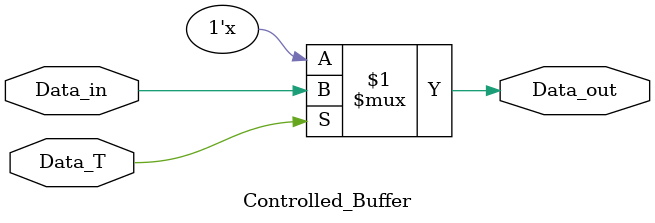
<source format=v>
/******************************************************************************
 ** Logisim goes FPGA automatic generated Verilog code                       **
 **                                                                          **
 ** Component : Controlled_Buffer                                            **
 **                                                                          **
 ******************************************************************************/

`timescale 1ns/1ps
module Controlled_Buffer( Data_T,
                          Data_in,
                          Data_out);

   /***************************************************************************
    ** Here all module parameters are defined with a dummy value             **
    ***************************************************************************/
   parameter NrOfBits = 1;


   /***************************************************************************
    ** Here the inputs are defined                                           **
    ***************************************************************************/
   input  Data_T;
   input[NrOfBits-1:0]  Data_in;

   /***************************************************************************
    ** Here the outputs are defined                                          **
    ***************************************************************************/
   output[NrOfBits-1:0] Data_out;
   assign Data_out = Data_T? Data_in : {NrOfBits{1'bz}};

endmodule

</source>
